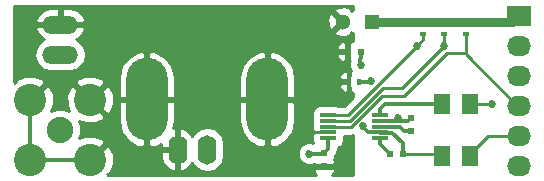
<source format=gtl>
G04 #@! TF.FileFunction,Copper,L1,Top,Signal*
%FSLAX46Y46*%
G04 Gerber Fmt 4.6, Leading zero omitted, Abs format (unit mm)*
G04 Created by KiCad (PCBNEW 4.0.1-3.201512221402+6198~38~ubuntu14.04.1-stable) date Mon 01 Feb 2016 11:31:49 PM PST*
%MOMM*%
G01*
G04 APERTURE LIST*
%ADD10C,0.100000*%
%ADD11R,2.032000X1.727200*%
%ADD12O,2.032000X1.727200*%
%ADD13R,0.500000X0.600000*%
%ADD14R,1.400000X0.300000*%
%ADD15R,0.400000X0.600000*%
%ADD16R,0.600000X0.400000*%
%ADD17R,0.600000X0.500000*%
%ADD18R,1.399540X1.800860*%
%ADD19C,2.740000*%
%ADD20C,2.240000*%
%ADD21O,3.500120X7.000240*%
%ADD22O,1.600200X2.499360*%
%ADD23R,1.300000X1.300000*%
%ADD24C,1.300000*%
%ADD25O,3.014980X1.506220*%
%ADD26C,0.685800*%
%ADD27C,0.254000*%
%ADD28C,0.330200*%
%ADD29C,0.762000*%
G04 APERTURE END LIST*
D10*
D11*
X200660000Y-95504000D03*
D12*
X200660000Y-98044000D03*
X200660000Y-100584000D03*
X200660000Y-103124000D03*
X200660000Y-105664000D03*
X200660000Y-108204000D03*
D13*
X191490600Y-105299600D03*
X191490600Y-104199600D03*
D14*
X188890000Y-105902000D03*
X188890000Y-105402000D03*
X188890000Y-104902000D03*
X188890000Y-104402000D03*
X188890000Y-103902000D03*
X184490000Y-103902000D03*
X184490000Y-104402000D03*
X184490000Y-104902000D03*
X184490000Y-105402000D03*
X184490000Y-105902000D03*
D13*
X184150000Y-107146000D03*
X184150000Y-108246000D03*
D15*
X186240000Y-101092000D03*
X187140000Y-101092000D03*
D16*
X196164200Y-96197000D03*
X196164200Y-97097000D03*
X194310000Y-96197000D03*
X194310000Y-97097000D03*
D17*
X190796000Y-107188000D03*
X189696000Y-107188000D03*
D16*
X192557400Y-96171600D03*
X192557400Y-97071600D03*
D18*
X196499480Y-107431840D03*
X196499480Y-103032560D03*
X194101720Y-103032560D03*
X194101720Y-107431840D03*
D19*
X159258000Y-107696000D03*
X164338000Y-107696000D03*
X164338000Y-102616000D03*
X159258000Y-102616000D03*
D20*
X161798000Y-105156000D03*
D17*
X187240000Y-98552000D03*
X186140000Y-98552000D03*
D21*
X169146220Y-102590600D03*
X179344320Y-102590600D03*
D22*
X174244000Y-106855260D03*
X171744640Y-106855260D03*
D23*
X188214000Y-96012000D03*
D24*
X185714000Y-96012000D03*
D25*
X161798000Y-98806000D03*
X161798000Y-96266000D03*
D26*
X187425534Y-104860731D03*
X187248800Y-99669600D03*
X198348600Y-103022400D03*
X188100903Y-101080503D03*
X190423800Y-104140000D03*
X182880000Y-107188000D03*
X194310000Y-98120200D03*
X192003400Y-98058100D03*
D27*
X196164200Y-96197000D02*
X199967000Y-96197000D01*
X199967000Y-96197000D02*
X200660000Y-95504000D01*
X194310000Y-96197000D02*
X196164200Y-96197000D01*
X192557400Y-96171600D02*
X194284600Y-96171600D01*
X194284600Y-96171600D02*
X194310000Y-96197000D01*
X190796000Y-107188000D02*
X193857880Y-107188000D01*
X193857880Y-107188000D02*
X194101720Y-107431840D01*
D28*
X188890000Y-105402000D02*
X187859800Y-105402000D01*
X187859800Y-105402000D02*
X187248800Y-104791000D01*
X187223400Y-99148800D02*
X187223400Y-99644200D01*
X187223400Y-99644200D02*
X187248800Y-99669600D01*
X187240000Y-98552000D02*
X187240000Y-99132200D01*
X187240000Y-99132200D02*
X187223400Y-99148800D01*
X190796000Y-106607800D02*
X190796000Y-107188000D01*
X190796000Y-106277800D02*
X190796000Y-106607800D01*
X189928211Y-105410011D02*
X190796000Y-106277800D01*
X188898011Y-105410011D02*
X189928211Y-105410011D01*
X188890000Y-105402000D02*
X188898011Y-105410011D01*
D29*
X188214000Y-96012000D02*
X200152000Y-96012000D01*
X200152000Y-96012000D02*
X200660000Y-95504000D01*
D27*
X197463410Y-103022400D02*
X198348600Y-103022400D01*
X196499480Y-103032560D02*
X197453250Y-103032560D01*
X197453250Y-103032560D02*
X197463410Y-103022400D01*
X190423800Y-104140000D02*
X190423800Y-104402000D01*
D28*
X188089406Y-101092000D02*
X188100903Y-101080503D01*
X187140000Y-101092000D02*
X188089406Y-101092000D01*
X190423800Y-104402000D02*
X188890000Y-104402000D01*
X191288200Y-104402000D02*
X190423800Y-104402000D01*
X191490600Y-104199600D02*
X191288200Y-104402000D01*
X190538200Y-104927400D02*
X189097912Y-104927400D01*
X189097912Y-104927400D02*
X189089904Y-104919392D01*
X189089904Y-104919392D02*
X188907392Y-104919392D01*
X188907392Y-104919392D02*
X188890000Y-104902000D01*
X191490600Y-105299600D02*
X190910400Y-105299600D01*
X190910400Y-105299600D02*
X190538200Y-104927400D01*
D27*
X186140000Y-98552000D02*
X186140000Y-100992000D01*
X186140000Y-100992000D02*
X186240000Y-101092000D01*
X184490000Y-105402000D02*
X182414800Y-105402000D01*
X182414800Y-105402000D02*
X182414800Y-103657020D01*
X182414800Y-103657020D02*
X181348380Y-102590600D01*
X181348380Y-102590600D02*
X179344320Y-102590600D01*
D28*
X159258000Y-107696000D02*
X159258000Y-102616000D01*
X164338000Y-107696000D02*
X159258000Y-107696000D01*
X186140000Y-98552000D02*
X184404000Y-98552000D01*
X188890000Y-105902000D02*
X188890000Y-106382000D01*
X188890000Y-106382000D02*
X189696000Y-107188000D01*
X184490000Y-105902000D02*
X184490000Y-106806000D01*
X184490000Y-106806000D02*
X184150000Y-107146000D01*
X182880000Y-107188000D02*
X184108000Y-107188000D01*
X184108000Y-107188000D02*
X184150000Y-107146000D01*
D27*
X182922000Y-107146000D02*
X182880000Y-107188000D01*
X184490000Y-104402000D02*
X186361250Y-104402000D01*
X186361250Y-104402000D02*
X189112459Y-101650791D01*
X189112459Y-101650791D02*
X190779409Y-101650791D01*
X190779409Y-101650791D02*
X194310000Y-98120200D01*
X194310000Y-98120200D02*
X194310000Y-97097000D01*
X192003400Y-98058100D02*
X192003400Y-98039200D01*
X192003400Y-98039200D02*
X192557400Y-97485200D01*
X192557400Y-97485200D02*
X192557400Y-97071600D01*
X186159500Y-103902000D02*
X192003400Y-98058100D01*
X184490000Y-103902000D02*
X186159500Y-103902000D01*
X184490000Y-103902000D02*
X185040000Y-103902000D01*
X184490000Y-104902000D02*
X186436000Y-104902000D01*
X186436000Y-104902000D02*
X189026800Y-102311200D01*
X189026800Y-102311200D02*
X190957200Y-102311200D01*
X190957200Y-102311200D02*
X194564000Y-98704400D01*
X194564000Y-98704400D02*
X196138800Y-98704400D01*
X196138800Y-98704400D02*
X196164200Y-98679000D01*
X196164200Y-98679000D02*
X196164200Y-97097000D01*
X196164200Y-97097000D02*
X196164200Y-98729800D01*
X196164200Y-98729800D02*
X196138800Y-98755200D01*
X196138800Y-98755200D02*
X200507600Y-103124000D01*
X200507600Y-103124000D02*
X200660000Y-103124000D01*
X200660000Y-105664000D02*
X198066660Y-105664000D01*
X198066660Y-105664000D02*
X196499480Y-107231180D01*
X196499480Y-107231180D02*
X196499480Y-107431840D01*
D28*
X194101720Y-103032560D02*
X189279240Y-103032560D01*
X189279240Y-103032560D02*
X188890000Y-103421800D01*
X188890000Y-103421800D02*
X188890000Y-103902000D01*
D27*
G36*
X186563000Y-95011652D02*
X186548870Y-94997522D01*
X186433410Y-95112982D01*
X186377729Y-94882389D01*
X185894922Y-94714378D01*
X185384572Y-94743917D01*
X185050271Y-94882389D01*
X184994590Y-95112984D01*
X185714000Y-95832395D01*
X185728142Y-95818252D01*
X185907748Y-95997858D01*
X185893605Y-96012000D01*
X185907748Y-96026142D01*
X185728142Y-96205748D01*
X185714000Y-96191605D01*
X184994590Y-96911016D01*
X185050271Y-97141611D01*
X185533078Y-97309622D01*
X186043428Y-97280083D01*
X186377729Y-97141611D01*
X186433410Y-96911018D01*
X186548870Y-97026478D01*
X186563000Y-97012348D01*
X186563000Y-97667000D01*
X186425750Y-97667000D01*
X186267000Y-97825750D01*
X186267000Y-98427000D01*
X186287000Y-98427000D01*
X186287000Y-98677000D01*
X186267000Y-98677000D01*
X186267000Y-99278250D01*
X186327377Y-99338627D01*
X186271070Y-99474230D01*
X186270731Y-99863263D01*
X186419293Y-100222812D01*
X186426110Y-100229640D01*
X186340000Y-100315750D01*
X186340000Y-100557734D01*
X186292560Y-100792000D01*
X186292560Y-101392000D01*
X186336838Y-101627317D01*
X186340000Y-101632231D01*
X186340000Y-101868250D01*
X186498750Y-102027000D01*
X186563000Y-102027000D01*
X186563000Y-102420870D01*
X185843870Y-103140000D01*
X185365008Y-103140000D01*
X185190000Y-103104560D01*
X183790000Y-103104560D01*
X183554683Y-103148838D01*
X183338559Y-103287910D01*
X183193569Y-103500110D01*
X183142560Y-103752000D01*
X183142560Y-104052000D01*
X183162067Y-104155671D01*
X183142560Y-104252000D01*
X183142560Y-104552000D01*
X183162067Y-104655671D01*
X183142560Y-104752000D01*
X183142560Y-105052000D01*
X183155980Y-105123323D01*
X183155000Y-105125690D01*
X183155000Y-105168250D01*
X183166621Y-105179871D01*
X183186838Y-105287317D01*
X183260620Y-105401978D01*
X183193569Y-105500110D01*
X183168920Y-105621830D01*
X183155000Y-105635750D01*
X183155000Y-105678310D01*
X183156667Y-105682335D01*
X183142560Y-105752000D01*
X183142560Y-106052000D01*
X183180559Y-106253948D01*
X183075370Y-106210270D01*
X182686337Y-106209931D01*
X182326788Y-106358493D01*
X182051460Y-106633341D01*
X181902270Y-106992630D01*
X181901931Y-107381663D01*
X182050493Y-107741212D01*
X182325341Y-108016540D01*
X182684630Y-108165730D01*
X183073663Y-108166069D01*
X183354698Y-108049948D01*
X183423750Y-108119000D01*
X184025000Y-108119000D01*
X184025000Y-108099000D01*
X184275000Y-108099000D01*
X184275000Y-108119000D01*
X184876250Y-108119000D01*
X185035000Y-107960250D01*
X185035000Y-107819691D01*
X184989033Y-107708717D01*
X184996431Y-107697890D01*
X185047440Y-107446000D01*
X185047440Y-107380072D01*
X185055756Y-107371756D01*
X185229196Y-107112185D01*
X185290100Y-106806000D01*
X185290100Y-106680605D01*
X185425317Y-106655162D01*
X185641441Y-106516090D01*
X185786431Y-106303890D01*
X185837440Y-106052000D01*
X185837440Y-105752000D01*
X185824020Y-105680677D01*
X185825000Y-105678310D01*
X185825000Y-105664000D01*
X186436000Y-105664000D01*
X186563000Y-105638738D01*
X186563000Y-109018000D01*
X184826026Y-109018000D01*
X184938327Y-108905698D01*
X185035000Y-108672309D01*
X185035000Y-108531750D01*
X184876250Y-108373000D01*
X184275000Y-108373000D01*
X184275000Y-108393000D01*
X184025000Y-108393000D01*
X184025000Y-108373000D01*
X183423750Y-108373000D01*
X183265000Y-108531750D01*
X183265000Y-108672309D01*
X183361673Y-108905698D01*
X183473974Y-109018000D01*
X165839608Y-109018000D01*
X165758048Y-108936440D01*
X166063312Y-108792531D01*
X166351605Y-108048814D01*
X166333344Y-107251385D01*
X166221869Y-106982260D01*
X170309540Y-106982260D01*
X170309540Y-107431840D01*
X170467381Y-107971362D01*
X170819673Y-108409412D01*
X171312783Y-108679301D01*
X171395585Y-108696843D01*
X171617640Y-108574856D01*
X171617640Y-106982260D01*
X170309540Y-106982260D01*
X166221869Y-106982260D01*
X166063312Y-106599469D01*
X165758046Y-106455559D01*
X164517605Y-107696000D01*
X164531748Y-107710143D01*
X164352143Y-107889748D01*
X164338000Y-107875605D01*
X164323858Y-107889748D01*
X164144253Y-107710143D01*
X164158395Y-107696000D01*
X164144253Y-107681858D01*
X164323858Y-107502253D01*
X164338000Y-107516395D01*
X165578441Y-106275954D01*
X165434531Y-105970688D01*
X164690814Y-105682395D01*
X163893385Y-105700656D01*
X163384619Y-105911394D01*
X163552694Y-105506623D01*
X163553303Y-104808441D01*
X163382951Y-104396156D01*
X163985186Y-104629605D01*
X164782615Y-104611344D01*
X165434531Y-104341312D01*
X165578441Y-104036046D01*
X164338000Y-102795605D01*
X164323858Y-102809748D01*
X164144253Y-102630143D01*
X164158395Y-102616000D01*
X164517605Y-102616000D01*
X165758046Y-103856441D01*
X166063312Y-103712531D01*
X166351605Y-102968814D01*
X166345853Y-102717600D01*
X166761160Y-102717600D01*
X166761160Y-104467660D01*
X166991313Y-105370716D01*
X167549531Y-106116955D01*
X168350830Y-106592769D01*
X168648207Y-106673146D01*
X169019220Y-106563345D01*
X169019220Y-102717600D01*
X169273220Y-102717600D01*
X169273220Y-106563345D01*
X169644233Y-106673146D01*
X169941610Y-106592769D01*
X170309540Y-106374291D01*
X170309540Y-106728260D01*
X171617640Y-106728260D01*
X171617640Y-105135664D01*
X171871640Y-105135664D01*
X171871640Y-106728260D01*
X171891640Y-106728260D01*
X171891640Y-106982260D01*
X171871640Y-106982260D01*
X171871640Y-108574856D01*
X172093695Y-108696843D01*
X172176497Y-108679301D01*
X172669607Y-108409412D01*
X172994572Y-108005341D01*
X173229231Y-108356532D01*
X173694811Y-108667623D01*
X174244000Y-108776863D01*
X174793189Y-108667623D01*
X175258769Y-108356532D01*
X175569860Y-107890952D01*
X175679100Y-107341763D01*
X175679100Y-106368757D01*
X175569860Y-105819568D01*
X175258769Y-105353988D01*
X174793189Y-105042897D01*
X174244000Y-104933657D01*
X173694811Y-105042897D01*
X173229231Y-105353988D01*
X172994572Y-105705179D01*
X172669607Y-105301108D01*
X172176497Y-105031219D01*
X172093695Y-105013677D01*
X171871640Y-105135664D01*
X171617640Y-105135664D01*
X171395585Y-105013677D01*
X171391924Y-105014453D01*
X171531280Y-104467660D01*
X171531280Y-102717600D01*
X176959260Y-102717600D01*
X176959260Y-104467660D01*
X177189413Y-105370716D01*
X177747631Y-106116955D01*
X178548930Y-106592769D01*
X178846307Y-106673146D01*
X179217320Y-106563345D01*
X179217320Y-102717600D01*
X179471320Y-102717600D01*
X179471320Y-106563345D01*
X179842333Y-106673146D01*
X180139710Y-106592769D01*
X180941009Y-106116955D01*
X181499227Y-105370716D01*
X181729380Y-104467660D01*
X181729380Y-102717600D01*
X179471320Y-102717600D01*
X179217320Y-102717600D01*
X176959260Y-102717600D01*
X171531280Y-102717600D01*
X169273220Y-102717600D01*
X169019220Y-102717600D01*
X166761160Y-102717600D01*
X166345853Y-102717600D01*
X166333344Y-102171385D01*
X166063312Y-101519469D01*
X165758046Y-101375559D01*
X164517605Y-102616000D01*
X164158395Y-102616000D01*
X162917954Y-101375559D01*
X162612688Y-101519469D01*
X162324395Y-102263186D01*
X162342656Y-103060615D01*
X162553394Y-103569381D01*
X162148623Y-103401306D01*
X161450441Y-103400697D01*
X161038156Y-103571049D01*
X161271605Y-102968814D01*
X161253344Y-102171385D01*
X160983312Y-101519469D01*
X160678046Y-101375559D01*
X159437605Y-102616000D01*
X159451748Y-102630143D01*
X159272143Y-102809748D01*
X159258000Y-102795605D01*
X159243858Y-102809748D01*
X159064253Y-102630143D01*
X159078395Y-102616000D01*
X159064253Y-102601858D01*
X159243858Y-102422253D01*
X159258000Y-102436395D01*
X160498441Y-101195954D01*
X163097559Y-101195954D01*
X164338000Y-102436395D01*
X165578441Y-101195954D01*
X165434531Y-100890688D01*
X164977538Y-100713540D01*
X166761160Y-100713540D01*
X166761160Y-102463600D01*
X169019220Y-102463600D01*
X169019220Y-98617855D01*
X169273220Y-98617855D01*
X169273220Y-102463600D01*
X171531280Y-102463600D01*
X171531280Y-100713540D01*
X176959260Y-100713540D01*
X176959260Y-102463600D01*
X179217320Y-102463600D01*
X179217320Y-98617855D01*
X179471320Y-98617855D01*
X179471320Y-102463600D01*
X181729380Y-102463600D01*
X181729380Y-101377750D01*
X185405000Y-101377750D01*
X185405000Y-101518310D01*
X185501673Y-101751699D01*
X185680302Y-101930327D01*
X185913691Y-102027000D01*
X185981250Y-102027000D01*
X186140000Y-101868250D01*
X186140000Y-101219000D01*
X185563750Y-101219000D01*
X185405000Y-101377750D01*
X181729380Y-101377750D01*
X181729380Y-100713540D01*
X181717185Y-100665690D01*
X185405000Y-100665690D01*
X185405000Y-100806250D01*
X185563750Y-100965000D01*
X186140000Y-100965000D01*
X186140000Y-100315750D01*
X185981250Y-100157000D01*
X185913691Y-100157000D01*
X185680302Y-100253673D01*
X185501673Y-100432301D01*
X185405000Y-100665690D01*
X181717185Y-100665690D01*
X181499227Y-99810484D01*
X180941009Y-99064245D01*
X180556210Y-98835750D01*
X185205000Y-98835750D01*
X185205000Y-98928310D01*
X185301673Y-99161699D01*
X185480302Y-99340327D01*
X185713691Y-99437000D01*
X185854250Y-99437000D01*
X186013000Y-99278250D01*
X186013000Y-98677000D01*
X185363750Y-98677000D01*
X185205000Y-98835750D01*
X180556210Y-98835750D01*
X180139710Y-98588431D01*
X179842333Y-98508054D01*
X179471320Y-98617855D01*
X179217320Y-98617855D01*
X178846307Y-98508054D01*
X178548930Y-98588431D01*
X177747631Y-99064245D01*
X177189413Y-99810484D01*
X176959260Y-100713540D01*
X171531280Y-100713540D01*
X171301127Y-99810484D01*
X170742909Y-99064245D01*
X169941610Y-98588431D01*
X169644233Y-98508054D01*
X169273220Y-98617855D01*
X169019220Y-98617855D01*
X168648207Y-98508054D01*
X168350830Y-98588431D01*
X167549531Y-99064245D01*
X166991313Y-99810484D01*
X166761160Y-100713540D01*
X164977538Y-100713540D01*
X164690814Y-100602395D01*
X163893385Y-100620656D01*
X163241469Y-100890688D01*
X163097559Y-101195954D01*
X160498441Y-101195954D01*
X160354531Y-100890688D01*
X159610814Y-100602395D01*
X158813385Y-100620656D01*
X158161469Y-100890688D01*
X158017560Y-101195952D01*
X157936000Y-101114392D01*
X157936000Y-98806000D01*
X159613536Y-98806000D01*
X159719200Y-99337207D01*
X160020104Y-99787542D01*
X160470439Y-100088446D01*
X161001646Y-100194110D01*
X162594354Y-100194110D01*
X163125561Y-100088446D01*
X163575896Y-99787542D01*
X163876800Y-99337207D01*
X163982464Y-98806000D01*
X163876800Y-98274793D01*
X163810582Y-98175690D01*
X185205000Y-98175690D01*
X185205000Y-98268250D01*
X185363750Y-98427000D01*
X186013000Y-98427000D01*
X186013000Y-97825750D01*
X185854250Y-97667000D01*
X185713691Y-97667000D01*
X185480302Y-97763673D01*
X185301673Y-97942301D01*
X185205000Y-98175690D01*
X163810582Y-98175690D01*
X163575896Y-97824458D01*
X163125561Y-97523554D01*
X163122694Y-97522984D01*
X163200919Y-97499846D01*
X163623724Y-97157740D01*
X163883427Y-96679875D01*
X163897783Y-96607674D01*
X163775162Y-96393000D01*
X161925000Y-96393000D01*
X161925000Y-96413000D01*
X161671000Y-96413000D01*
X161671000Y-96393000D01*
X159820838Y-96393000D01*
X159698217Y-96607674D01*
X159712573Y-96679875D01*
X159972276Y-97157740D01*
X160395081Y-97499846D01*
X160473306Y-97522984D01*
X160470439Y-97523554D01*
X160020104Y-97824458D01*
X159719200Y-98274793D01*
X159613536Y-98806000D01*
X157936000Y-98806000D01*
X157936000Y-95924326D01*
X159698217Y-95924326D01*
X159820838Y-96139000D01*
X161671000Y-96139000D01*
X161671000Y-94877890D01*
X161925000Y-94877890D01*
X161925000Y-96139000D01*
X163775162Y-96139000D01*
X163897783Y-95924326D01*
X163883427Y-95852125D01*
X163871989Y-95831078D01*
X184416378Y-95831078D01*
X184445917Y-96341428D01*
X184584389Y-96675729D01*
X184814984Y-96731410D01*
X185534395Y-96012000D01*
X184814984Y-95292590D01*
X184584389Y-95348271D01*
X184416378Y-95831078D01*
X163871989Y-95831078D01*
X163623724Y-95374260D01*
X163200919Y-95032154D01*
X162679380Y-94877890D01*
X161925000Y-94877890D01*
X161671000Y-94877890D01*
X160916620Y-94877890D01*
X160395081Y-95032154D01*
X159972276Y-95374260D01*
X159712573Y-95852125D01*
X159698217Y-95924326D01*
X157936000Y-95924326D01*
X157936000Y-94690000D01*
X186563000Y-94690000D01*
X186563000Y-95011652D01*
X186563000Y-95011652D01*
G37*
X186563000Y-95011652D02*
X186548870Y-94997522D01*
X186433410Y-95112982D01*
X186377729Y-94882389D01*
X185894922Y-94714378D01*
X185384572Y-94743917D01*
X185050271Y-94882389D01*
X184994590Y-95112984D01*
X185714000Y-95832395D01*
X185728142Y-95818252D01*
X185907748Y-95997858D01*
X185893605Y-96012000D01*
X185907748Y-96026142D01*
X185728142Y-96205748D01*
X185714000Y-96191605D01*
X184994590Y-96911016D01*
X185050271Y-97141611D01*
X185533078Y-97309622D01*
X186043428Y-97280083D01*
X186377729Y-97141611D01*
X186433410Y-96911018D01*
X186548870Y-97026478D01*
X186563000Y-97012348D01*
X186563000Y-97667000D01*
X186425750Y-97667000D01*
X186267000Y-97825750D01*
X186267000Y-98427000D01*
X186287000Y-98427000D01*
X186287000Y-98677000D01*
X186267000Y-98677000D01*
X186267000Y-99278250D01*
X186327377Y-99338627D01*
X186271070Y-99474230D01*
X186270731Y-99863263D01*
X186419293Y-100222812D01*
X186426110Y-100229640D01*
X186340000Y-100315750D01*
X186340000Y-100557734D01*
X186292560Y-100792000D01*
X186292560Y-101392000D01*
X186336838Y-101627317D01*
X186340000Y-101632231D01*
X186340000Y-101868250D01*
X186498750Y-102027000D01*
X186563000Y-102027000D01*
X186563000Y-102420870D01*
X185843870Y-103140000D01*
X185365008Y-103140000D01*
X185190000Y-103104560D01*
X183790000Y-103104560D01*
X183554683Y-103148838D01*
X183338559Y-103287910D01*
X183193569Y-103500110D01*
X183142560Y-103752000D01*
X183142560Y-104052000D01*
X183162067Y-104155671D01*
X183142560Y-104252000D01*
X183142560Y-104552000D01*
X183162067Y-104655671D01*
X183142560Y-104752000D01*
X183142560Y-105052000D01*
X183155980Y-105123323D01*
X183155000Y-105125690D01*
X183155000Y-105168250D01*
X183166621Y-105179871D01*
X183186838Y-105287317D01*
X183260620Y-105401978D01*
X183193569Y-105500110D01*
X183168920Y-105621830D01*
X183155000Y-105635750D01*
X183155000Y-105678310D01*
X183156667Y-105682335D01*
X183142560Y-105752000D01*
X183142560Y-106052000D01*
X183180559Y-106253948D01*
X183075370Y-106210270D01*
X182686337Y-106209931D01*
X182326788Y-106358493D01*
X182051460Y-106633341D01*
X181902270Y-106992630D01*
X181901931Y-107381663D01*
X182050493Y-107741212D01*
X182325341Y-108016540D01*
X182684630Y-108165730D01*
X183073663Y-108166069D01*
X183354698Y-108049948D01*
X183423750Y-108119000D01*
X184025000Y-108119000D01*
X184025000Y-108099000D01*
X184275000Y-108099000D01*
X184275000Y-108119000D01*
X184876250Y-108119000D01*
X185035000Y-107960250D01*
X185035000Y-107819691D01*
X184989033Y-107708717D01*
X184996431Y-107697890D01*
X185047440Y-107446000D01*
X185047440Y-107380072D01*
X185055756Y-107371756D01*
X185229196Y-107112185D01*
X185290100Y-106806000D01*
X185290100Y-106680605D01*
X185425317Y-106655162D01*
X185641441Y-106516090D01*
X185786431Y-106303890D01*
X185837440Y-106052000D01*
X185837440Y-105752000D01*
X185824020Y-105680677D01*
X185825000Y-105678310D01*
X185825000Y-105664000D01*
X186436000Y-105664000D01*
X186563000Y-105638738D01*
X186563000Y-109018000D01*
X184826026Y-109018000D01*
X184938327Y-108905698D01*
X185035000Y-108672309D01*
X185035000Y-108531750D01*
X184876250Y-108373000D01*
X184275000Y-108373000D01*
X184275000Y-108393000D01*
X184025000Y-108393000D01*
X184025000Y-108373000D01*
X183423750Y-108373000D01*
X183265000Y-108531750D01*
X183265000Y-108672309D01*
X183361673Y-108905698D01*
X183473974Y-109018000D01*
X165839608Y-109018000D01*
X165758048Y-108936440D01*
X166063312Y-108792531D01*
X166351605Y-108048814D01*
X166333344Y-107251385D01*
X166221869Y-106982260D01*
X170309540Y-106982260D01*
X170309540Y-107431840D01*
X170467381Y-107971362D01*
X170819673Y-108409412D01*
X171312783Y-108679301D01*
X171395585Y-108696843D01*
X171617640Y-108574856D01*
X171617640Y-106982260D01*
X170309540Y-106982260D01*
X166221869Y-106982260D01*
X166063312Y-106599469D01*
X165758046Y-106455559D01*
X164517605Y-107696000D01*
X164531748Y-107710143D01*
X164352143Y-107889748D01*
X164338000Y-107875605D01*
X164323858Y-107889748D01*
X164144253Y-107710143D01*
X164158395Y-107696000D01*
X164144253Y-107681858D01*
X164323858Y-107502253D01*
X164338000Y-107516395D01*
X165578441Y-106275954D01*
X165434531Y-105970688D01*
X164690814Y-105682395D01*
X163893385Y-105700656D01*
X163384619Y-105911394D01*
X163552694Y-105506623D01*
X163553303Y-104808441D01*
X163382951Y-104396156D01*
X163985186Y-104629605D01*
X164782615Y-104611344D01*
X165434531Y-104341312D01*
X165578441Y-104036046D01*
X164338000Y-102795605D01*
X164323858Y-102809748D01*
X164144253Y-102630143D01*
X164158395Y-102616000D01*
X164517605Y-102616000D01*
X165758046Y-103856441D01*
X166063312Y-103712531D01*
X166351605Y-102968814D01*
X166345853Y-102717600D01*
X166761160Y-102717600D01*
X166761160Y-104467660D01*
X166991313Y-105370716D01*
X167549531Y-106116955D01*
X168350830Y-106592769D01*
X168648207Y-106673146D01*
X169019220Y-106563345D01*
X169019220Y-102717600D01*
X169273220Y-102717600D01*
X169273220Y-106563345D01*
X169644233Y-106673146D01*
X169941610Y-106592769D01*
X170309540Y-106374291D01*
X170309540Y-106728260D01*
X171617640Y-106728260D01*
X171617640Y-105135664D01*
X171871640Y-105135664D01*
X171871640Y-106728260D01*
X171891640Y-106728260D01*
X171891640Y-106982260D01*
X171871640Y-106982260D01*
X171871640Y-108574856D01*
X172093695Y-108696843D01*
X172176497Y-108679301D01*
X172669607Y-108409412D01*
X172994572Y-108005341D01*
X173229231Y-108356532D01*
X173694811Y-108667623D01*
X174244000Y-108776863D01*
X174793189Y-108667623D01*
X175258769Y-108356532D01*
X175569860Y-107890952D01*
X175679100Y-107341763D01*
X175679100Y-106368757D01*
X175569860Y-105819568D01*
X175258769Y-105353988D01*
X174793189Y-105042897D01*
X174244000Y-104933657D01*
X173694811Y-105042897D01*
X173229231Y-105353988D01*
X172994572Y-105705179D01*
X172669607Y-105301108D01*
X172176497Y-105031219D01*
X172093695Y-105013677D01*
X171871640Y-105135664D01*
X171617640Y-105135664D01*
X171395585Y-105013677D01*
X171391924Y-105014453D01*
X171531280Y-104467660D01*
X171531280Y-102717600D01*
X176959260Y-102717600D01*
X176959260Y-104467660D01*
X177189413Y-105370716D01*
X177747631Y-106116955D01*
X178548930Y-106592769D01*
X178846307Y-106673146D01*
X179217320Y-106563345D01*
X179217320Y-102717600D01*
X179471320Y-102717600D01*
X179471320Y-106563345D01*
X179842333Y-106673146D01*
X180139710Y-106592769D01*
X180941009Y-106116955D01*
X181499227Y-105370716D01*
X181729380Y-104467660D01*
X181729380Y-102717600D01*
X179471320Y-102717600D01*
X179217320Y-102717600D01*
X176959260Y-102717600D01*
X171531280Y-102717600D01*
X169273220Y-102717600D01*
X169019220Y-102717600D01*
X166761160Y-102717600D01*
X166345853Y-102717600D01*
X166333344Y-102171385D01*
X166063312Y-101519469D01*
X165758046Y-101375559D01*
X164517605Y-102616000D01*
X164158395Y-102616000D01*
X162917954Y-101375559D01*
X162612688Y-101519469D01*
X162324395Y-102263186D01*
X162342656Y-103060615D01*
X162553394Y-103569381D01*
X162148623Y-103401306D01*
X161450441Y-103400697D01*
X161038156Y-103571049D01*
X161271605Y-102968814D01*
X161253344Y-102171385D01*
X160983312Y-101519469D01*
X160678046Y-101375559D01*
X159437605Y-102616000D01*
X159451748Y-102630143D01*
X159272143Y-102809748D01*
X159258000Y-102795605D01*
X159243858Y-102809748D01*
X159064253Y-102630143D01*
X159078395Y-102616000D01*
X159064253Y-102601858D01*
X159243858Y-102422253D01*
X159258000Y-102436395D01*
X160498441Y-101195954D01*
X163097559Y-101195954D01*
X164338000Y-102436395D01*
X165578441Y-101195954D01*
X165434531Y-100890688D01*
X164977538Y-100713540D01*
X166761160Y-100713540D01*
X166761160Y-102463600D01*
X169019220Y-102463600D01*
X169019220Y-98617855D01*
X169273220Y-98617855D01*
X169273220Y-102463600D01*
X171531280Y-102463600D01*
X171531280Y-100713540D01*
X176959260Y-100713540D01*
X176959260Y-102463600D01*
X179217320Y-102463600D01*
X179217320Y-98617855D01*
X179471320Y-98617855D01*
X179471320Y-102463600D01*
X181729380Y-102463600D01*
X181729380Y-101377750D01*
X185405000Y-101377750D01*
X185405000Y-101518310D01*
X185501673Y-101751699D01*
X185680302Y-101930327D01*
X185913691Y-102027000D01*
X185981250Y-102027000D01*
X186140000Y-101868250D01*
X186140000Y-101219000D01*
X185563750Y-101219000D01*
X185405000Y-101377750D01*
X181729380Y-101377750D01*
X181729380Y-100713540D01*
X181717185Y-100665690D01*
X185405000Y-100665690D01*
X185405000Y-100806250D01*
X185563750Y-100965000D01*
X186140000Y-100965000D01*
X186140000Y-100315750D01*
X185981250Y-100157000D01*
X185913691Y-100157000D01*
X185680302Y-100253673D01*
X185501673Y-100432301D01*
X185405000Y-100665690D01*
X181717185Y-100665690D01*
X181499227Y-99810484D01*
X180941009Y-99064245D01*
X180556210Y-98835750D01*
X185205000Y-98835750D01*
X185205000Y-98928310D01*
X185301673Y-99161699D01*
X185480302Y-99340327D01*
X185713691Y-99437000D01*
X185854250Y-99437000D01*
X186013000Y-99278250D01*
X186013000Y-98677000D01*
X185363750Y-98677000D01*
X185205000Y-98835750D01*
X180556210Y-98835750D01*
X180139710Y-98588431D01*
X179842333Y-98508054D01*
X179471320Y-98617855D01*
X179217320Y-98617855D01*
X178846307Y-98508054D01*
X178548930Y-98588431D01*
X177747631Y-99064245D01*
X177189413Y-99810484D01*
X176959260Y-100713540D01*
X171531280Y-100713540D01*
X171301127Y-99810484D01*
X170742909Y-99064245D01*
X169941610Y-98588431D01*
X169644233Y-98508054D01*
X169273220Y-98617855D01*
X169019220Y-98617855D01*
X168648207Y-98508054D01*
X168350830Y-98588431D01*
X167549531Y-99064245D01*
X166991313Y-99810484D01*
X166761160Y-100713540D01*
X164977538Y-100713540D01*
X164690814Y-100602395D01*
X163893385Y-100620656D01*
X163241469Y-100890688D01*
X163097559Y-101195954D01*
X160498441Y-101195954D01*
X160354531Y-100890688D01*
X159610814Y-100602395D01*
X158813385Y-100620656D01*
X158161469Y-100890688D01*
X158017560Y-101195952D01*
X157936000Y-101114392D01*
X157936000Y-98806000D01*
X159613536Y-98806000D01*
X159719200Y-99337207D01*
X160020104Y-99787542D01*
X160470439Y-100088446D01*
X161001646Y-100194110D01*
X162594354Y-100194110D01*
X163125561Y-100088446D01*
X163575896Y-99787542D01*
X163876800Y-99337207D01*
X163982464Y-98806000D01*
X163876800Y-98274793D01*
X163810582Y-98175690D01*
X185205000Y-98175690D01*
X185205000Y-98268250D01*
X185363750Y-98427000D01*
X186013000Y-98427000D01*
X186013000Y-97825750D01*
X185854250Y-97667000D01*
X185713691Y-97667000D01*
X185480302Y-97763673D01*
X185301673Y-97942301D01*
X185205000Y-98175690D01*
X163810582Y-98175690D01*
X163575896Y-97824458D01*
X163125561Y-97523554D01*
X163122694Y-97522984D01*
X163200919Y-97499846D01*
X163623724Y-97157740D01*
X163883427Y-96679875D01*
X163897783Y-96607674D01*
X163775162Y-96393000D01*
X161925000Y-96393000D01*
X161925000Y-96413000D01*
X161671000Y-96413000D01*
X161671000Y-96393000D01*
X159820838Y-96393000D01*
X159698217Y-96607674D01*
X159712573Y-96679875D01*
X159972276Y-97157740D01*
X160395081Y-97499846D01*
X160473306Y-97522984D01*
X160470439Y-97523554D01*
X160020104Y-97824458D01*
X159719200Y-98274793D01*
X159613536Y-98806000D01*
X157936000Y-98806000D01*
X157936000Y-95924326D01*
X159698217Y-95924326D01*
X159820838Y-96139000D01*
X161671000Y-96139000D01*
X161671000Y-94877890D01*
X161925000Y-94877890D01*
X161925000Y-96139000D01*
X163775162Y-96139000D01*
X163897783Y-95924326D01*
X163883427Y-95852125D01*
X163871989Y-95831078D01*
X184416378Y-95831078D01*
X184445917Y-96341428D01*
X184584389Y-96675729D01*
X184814984Y-96731410D01*
X185534395Y-96012000D01*
X184814984Y-95292590D01*
X184584389Y-95348271D01*
X184416378Y-95831078D01*
X163871989Y-95831078D01*
X163623724Y-95374260D01*
X163200919Y-95032154D01*
X162679380Y-94877890D01*
X161925000Y-94877890D01*
X161671000Y-94877890D01*
X160916620Y-94877890D01*
X160395081Y-95032154D01*
X159972276Y-95374260D01*
X159712573Y-95852125D01*
X159698217Y-95924326D01*
X157936000Y-95924326D01*
X157936000Y-94690000D01*
X186563000Y-94690000D01*
X186563000Y-95011652D01*
G36*
X159451748Y-107681858D02*
X159437605Y-107696000D01*
X159451748Y-107710143D01*
X159272143Y-107889748D01*
X159258000Y-107875605D01*
X159243858Y-107889748D01*
X159064253Y-107710143D01*
X159078395Y-107696000D01*
X159064253Y-107681858D01*
X159243858Y-107502253D01*
X159258000Y-107516395D01*
X159272143Y-107502253D01*
X159451748Y-107681858D01*
X159451748Y-107681858D01*
G37*
X159451748Y-107681858D02*
X159437605Y-107696000D01*
X159451748Y-107710143D01*
X159272143Y-107889748D01*
X159258000Y-107875605D01*
X159243858Y-107889748D01*
X159064253Y-107710143D01*
X159078395Y-107696000D01*
X159064253Y-107681858D01*
X159243858Y-107502253D01*
X159258000Y-107516395D01*
X159272143Y-107502253D01*
X159451748Y-107681858D01*
M02*

</source>
